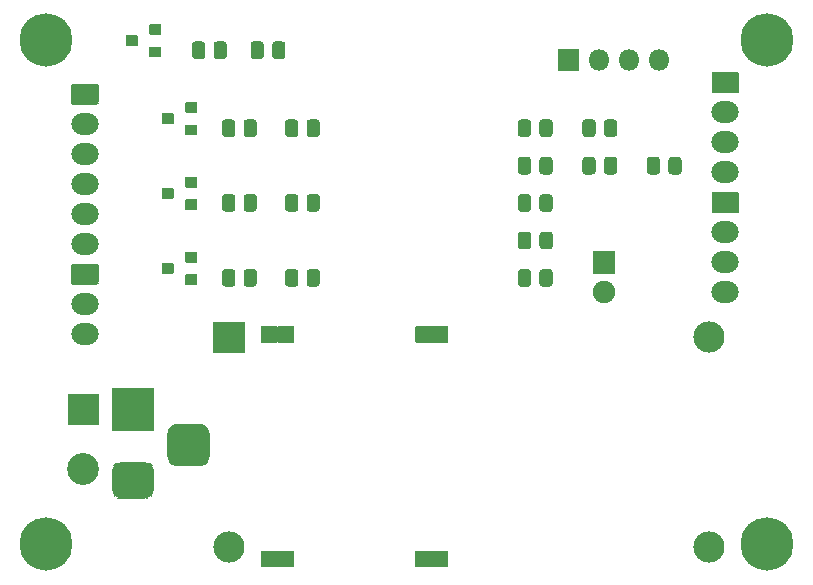
<source format=gbs>
G04 #@! TF.GenerationSoftware,KiCad,Pcbnew,(5.1.9)-1*
G04 #@! TF.CreationDate,2021-06-01T19:36:45+03:00*
G04 #@! TF.ProjectId,ESP-RGBW-3S,4553502d-5247-4425-972d-33532e6b6963,0.4*
G04 #@! TF.SameCoordinates,Original*
G04 #@! TF.FileFunction,Soldermask,Bot*
G04 #@! TF.FilePolarity,Negative*
%FSLAX46Y46*%
G04 Gerber Fmt 4.6, Leading zero omitted, Abs format (unit mm)*
G04 Created by KiCad (PCBNEW (5.1.9)-1) date 2021-06-01 19:36:45*
%MOMM*%
%LPD*%
G01*
G04 APERTURE LIST*
%ADD10C,2.702000*%
%ADD11C,2.642000*%
%ADD12O,2.302000X1.842000*%
%ADD13C,0.802000*%
%ADD14C,4.502000*%
%ADD15C,1.902000*%
%ADD16O,1.802000X1.802000*%
%ADD17C,0.100000*%
G04 APERTURE END LIST*
G36*
G01*
X41490599Y-71382400D02*
X42798601Y-71382400D01*
G75*
G02*
X42849600Y-71433399I0J-50999D01*
G01*
X42849600Y-72741401D01*
G75*
G02*
X42798601Y-72792400I-50999J0D01*
G01*
X41490599Y-72792400D01*
G75*
G02*
X41439600Y-72741401I0J50999D01*
G01*
X41439600Y-71433399D01*
G75*
G02*
X41490599Y-71382400I50999J0D01*
G01*
G37*
G36*
G01*
X40090599Y-71382400D02*
X41398601Y-71382400D01*
G75*
G02*
X41449600Y-71433399I0J-50999D01*
G01*
X41449600Y-72741401D01*
G75*
G02*
X41398601Y-72792400I-50999J0D01*
G01*
X40090599Y-72792400D01*
G75*
G02*
X40039600Y-72741401I0J50999D01*
G01*
X40039600Y-71433399D01*
G75*
G02*
X40090599Y-71382400I50999J0D01*
G01*
G37*
G36*
G01*
X53160599Y-71382400D02*
X54468601Y-71382400D01*
G75*
G02*
X54519600Y-71433399I0J-50999D01*
G01*
X54519600Y-72741401D01*
G75*
G02*
X54468601Y-72792400I-50999J0D01*
G01*
X53160599Y-72792400D01*
G75*
G02*
X53109600Y-72741401I0J50999D01*
G01*
X53109600Y-71433399D01*
G75*
G02*
X53160599Y-71382400I50999J0D01*
G01*
G37*
G36*
G01*
X54560599Y-71382400D02*
X55868601Y-71382400D01*
G75*
G02*
X55919600Y-71433399I0J-50999D01*
G01*
X55919600Y-72741401D01*
G75*
G02*
X55868601Y-72792400I-50999J0D01*
G01*
X54560599Y-72792400D01*
G75*
G02*
X54509600Y-72741401I0J50999D01*
G01*
X54509600Y-71433399D01*
G75*
G02*
X54560599Y-71382400I50999J0D01*
G01*
G37*
G36*
G01*
X53160599Y-52382400D02*
X54468601Y-52382400D01*
G75*
G02*
X54519600Y-52433399I0J-50999D01*
G01*
X54519600Y-53741401D01*
G75*
G02*
X54468601Y-53792400I-50999J0D01*
G01*
X53160599Y-53792400D01*
G75*
G02*
X53109600Y-53741401I0J50999D01*
G01*
X53109600Y-52433399D01*
G75*
G02*
X53160599Y-52382400I50999J0D01*
G01*
G37*
G36*
G01*
X54560599Y-52382400D02*
X55868601Y-52382400D01*
G75*
G02*
X55919600Y-52433399I0J-50999D01*
G01*
X55919600Y-53741401D01*
G75*
G02*
X55868601Y-53792400I-50999J0D01*
G01*
X54560599Y-53792400D01*
G75*
G02*
X54509600Y-53741401I0J50999D01*
G01*
X54509600Y-52433399D01*
G75*
G02*
X54560599Y-52382400I50999J0D01*
G01*
G37*
G36*
G01*
X41490599Y-52382400D02*
X42798601Y-52382400D01*
G75*
G02*
X42849600Y-52433399I0J-50999D01*
G01*
X42849600Y-53741401D01*
G75*
G02*
X42798601Y-53792400I-50999J0D01*
G01*
X41490599Y-53792400D01*
G75*
G02*
X41439600Y-53741401I0J50999D01*
G01*
X41439600Y-52433399D01*
G75*
G02*
X41490599Y-52382400I50999J0D01*
G01*
G37*
G36*
G01*
X40090599Y-52382400D02*
X41398601Y-52382400D01*
G75*
G02*
X41449600Y-52433399I0J-50999D01*
G01*
X41449600Y-53741401D01*
G75*
G02*
X41398601Y-53792400I-50999J0D01*
G01*
X40090599Y-53792400D01*
G75*
G02*
X40039600Y-53741401I0J50999D01*
G01*
X40039600Y-52433399D01*
G75*
G02*
X40090599Y-52382400I50999J0D01*
G01*
G37*
G36*
G01*
X29600000Y-27821000D02*
X29600000Y-28621000D01*
G75*
G02*
X29549000Y-28672000I-51000J0D01*
G01*
X28649000Y-28672000D01*
G75*
G02*
X28598000Y-28621000I0J51000D01*
G01*
X28598000Y-27821000D01*
G75*
G02*
X28649000Y-27770000I51000J0D01*
G01*
X29549000Y-27770000D01*
G75*
G02*
X29600000Y-27821000I0J-51000D01*
G01*
G37*
G36*
G01*
X31600000Y-28771000D02*
X31600000Y-29571000D01*
G75*
G02*
X31549000Y-29622000I-51000J0D01*
G01*
X30649000Y-29622000D01*
G75*
G02*
X30598000Y-29571000I0J51000D01*
G01*
X30598000Y-28771000D01*
G75*
G02*
X30649000Y-28720000I51000J0D01*
G01*
X31549000Y-28720000D01*
G75*
G02*
X31600000Y-28771000I0J-51000D01*
G01*
G37*
G36*
G01*
X31600000Y-26871000D02*
X31600000Y-27671000D01*
G75*
G02*
X31549000Y-27722000I-51000J0D01*
G01*
X30649000Y-27722000D01*
G75*
G02*
X30598000Y-27671000I0J51000D01*
G01*
X30598000Y-26871000D01*
G75*
G02*
X30649000Y-26820000I51000J0D01*
G01*
X31549000Y-26820000D01*
G75*
G02*
X31600000Y-26871000I0J-51000D01*
G01*
G37*
D10*
X25019000Y-64436000D03*
G36*
G01*
X23719000Y-58085000D02*
X26319000Y-58085000D01*
G75*
G02*
X26370000Y-58136000I0J-51000D01*
G01*
X26370000Y-60736000D01*
G75*
G02*
X26319000Y-60787000I-51000J0D01*
G01*
X23719000Y-60787000D01*
G75*
G02*
X23668000Y-60736000I0J51000D01*
G01*
X23668000Y-58136000D01*
G75*
G02*
X23719000Y-58085000I51000J0D01*
G01*
G37*
G36*
G01*
X36017000Y-54610000D02*
X36017000Y-52070000D01*
G75*
G02*
X36068000Y-52019000I51000J0D01*
G01*
X38608000Y-52019000D01*
G75*
G02*
X38659000Y-52070000I0J-51000D01*
G01*
X38659000Y-54610000D01*
G75*
G02*
X38608000Y-54661000I-51000J0D01*
G01*
X36068000Y-54661000D01*
G75*
G02*
X36017000Y-54610000I0J51000D01*
G01*
G37*
D11*
X37338000Y-71120000D03*
X77978000Y-53340000D03*
X77978000Y-71120000D03*
G36*
G01*
X72717400Y-39269375D02*
X72717400Y-38317125D01*
G75*
G02*
X72992275Y-38042250I274875J0D01*
G01*
X73569525Y-38042250D01*
G75*
G02*
X73844400Y-38317125I0J-274875D01*
G01*
X73844400Y-39269375D01*
G75*
G02*
X73569525Y-39544250I-274875J0D01*
G01*
X72992275Y-39544250D01*
G75*
G02*
X72717400Y-39269375I0J274875D01*
G01*
G37*
G36*
G01*
X74542400Y-39269375D02*
X74542400Y-38317125D01*
G75*
G02*
X74817275Y-38042250I274875J0D01*
G01*
X75394525Y-38042250D01*
G75*
G02*
X75669400Y-38317125I0J-274875D01*
G01*
X75669400Y-39269375D01*
G75*
G02*
X75394525Y-39544250I-274875J0D01*
G01*
X74817275Y-39544250D01*
G75*
G02*
X74542400Y-39269375I0J274875D01*
G01*
G37*
G36*
G01*
X69081400Y-39269375D02*
X69081400Y-38317125D01*
G75*
G02*
X69356275Y-38042250I274875J0D01*
G01*
X69933525Y-38042250D01*
G75*
G02*
X70208400Y-38317125I0J-274875D01*
G01*
X70208400Y-39269375D01*
G75*
G02*
X69933525Y-39544250I-274875J0D01*
G01*
X69356275Y-39544250D01*
G75*
G02*
X69081400Y-39269375I0J274875D01*
G01*
G37*
G36*
G01*
X67256400Y-39269375D02*
X67256400Y-38317125D01*
G75*
G02*
X67531275Y-38042250I274875J0D01*
G01*
X68108525Y-38042250D01*
G75*
G02*
X68383400Y-38317125I0J-274875D01*
G01*
X68383400Y-39269375D01*
G75*
G02*
X68108525Y-39544250I-274875J0D01*
G01*
X67531275Y-39544250D01*
G75*
G02*
X67256400Y-39269375I0J274875D01*
G01*
G37*
G36*
G01*
X69081400Y-36101125D02*
X69081400Y-35148875D01*
G75*
G02*
X69356275Y-34874000I274875J0D01*
G01*
X69933525Y-34874000D01*
G75*
G02*
X70208400Y-35148875I0J-274875D01*
G01*
X70208400Y-36101125D01*
G75*
G02*
X69933525Y-36376000I-274875J0D01*
G01*
X69356275Y-36376000D01*
G75*
G02*
X69081400Y-36101125I0J274875D01*
G01*
G37*
G36*
G01*
X67256400Y-36101125D02*
X67256400Y-35148875D01*
G75*
G02*
X67531275Y-34874000I274875J0D01*
G01*
X68108525Y-34874000D01*
G75*
G02*
X68383400Y-35148875I0J-274875D01*
G01*
X68383400Y-36101125D01*
G75*
G02*
X68108525Y-36376000I-274875J0D01*
G01*
X67531275Y-36376000D01*
G75*
G02*
X67256400Y-36101125I0J274875D01*
G01*
G37*
D12*
X79375000Y-39370000D03*
X25146000Y-45466000D03*
G36*
G01*
X32648000Y-34425000D02*
X32648000Y-35225000D01*
G75*
G02*
X32597000Y-35276000I-51000J0D01*
G01*
X31697000Y-35276000D01*
G75*
G02*
X31646000Y-35225000I0J51000D01*
G01*
X31646000Y-34425000D01*
G75*
G02*
X31697000Y-34374000I51000J0D01*
G01*
X32597000Y-34374000D01*
G75*
G02*
X32648000Y-34425000I0J-51000D01*
G01*
G37*
G36*
G01*
X34648000Y-35375000D02*
X34648000Y-36175000D01*
G75*
G02*
X34597000Y-36226000I-51000J0D01*
G01*
X33697000Y-36226000D01*
G75*
G02*
X33646000Y-36175000I0J51000D01*
G01*
X33646000Y-35375000D01*
G75*
G02*
X33697000Y-35324000I51000J0D01*
G01*
X34597000Y-35324000D01*
G75*
G02*
X34648000Y-35375000I0J-51000D01*
G01*
G37*
G36*
G01*
X34648000Y-33475000D02*
X34648000Y-34275000D01*
G75*
G02*
X34597000Y-34326000I-51000J0D01*
G01*
X33697000Y-34326000D01*
G75*
G02*
X33646000Y-34275000I0J51000D01*
G01*
X33646000Y-33475000D01*
G75*
G02*
X33697000Y-33424000I51000J0D01*
G01*
X34597000Y-33424000D01*
G75*
G02*
X34648000Y-33475000I0J-51000D01*
G01*
G37*
G36*
G01*
X32648000Y-47098000D02*
X32648000Y-47898000D01*
G75*
G02*
X32597000Y-47949000I-51000J0D01*
G01*
X31697000Y-47949000D01*
G75*
G02*
X31646000Y-47898000I0J51000D01*
G01*
X31646000Y-47098000D01*
G75*
G02*
X31697000Y-47047000I51000J0D01*
G01*
X32597000Y-47047000D01*
G75*
G02*
X32648000Y-47098000I0J-51000D01*
G01*
G37*
G36*
G01*
X34648000Y-48048000D02*
X34648000Y-48848000D01*
G75*
G02*
X34597000Y-48899000I-51000J0D01*
G01*
X33697000Y-48899000D01*
G75*
G02*
X33646000Y-48848000I0J51000D01*
G01*
X33646000Y-48048000D01*
G75*
G02*
X33697000Y-47997000I51000J0D01*
G01*
X34597000Y-47997000D01*
G75*
G02*
X34648000Y-48048000I0J-51000D01*
G01*
G37*
G36*
G01*
X34648000Y-46148000D02*
X34648000Y-46948000D01*
G75*
G02*
X34597000Y-46999000I-51000J0D01*
G01*
X33697000Y-46999000D01*
G75*
G02*
X33646000Y-46948000I0J51000D01*
G01*
X33646000Y-46148000D01*
G75*
G02*
X33697000Y-46097000I51000J0D01*
G01*
X34597000Y-46097000D01*
G75*
G02*
X34648000Y-46148000I0J-51000D01*
G01*
G37*
G36*
G01*
X32648000Y-40748000D02*
X32648000Y-41548000D01*
G75*
G02*
X32597000Y-41599000I-51000J0D01*
G01*
X31697000Y-41599000D01*
G75*
G02*
X31646000Y-41548000I0J51000D01*
G01*
X31646000Y-40748000D01*
G75*
G02*
X31697000Y-40697000I51000J0D01*
G01*
X32597000Y-40697000D01*
G75*
G02*
X32648000Y-40748000I0J-51000D01*
G01*
G37*
G36*
G01*
X34648000Y-41698000D02*
X34648000Y-42498000D01*
G75*
G02*
X34597000Y-42549000I-51000J0D01*
G01*
X33697000Y-42549000D01*
G75*
G02*
X33646000Y-42498000I0J51000D01*
G01*
X33646000Y-41698000D01*
G75*
G02*
X33697000Y-41647000I51000J0D01*
G01*
X34597000Y-41647000D01*
G75*
G02*
X34648000Y-41698000I0J-51000D01*
G01*
G37*
G36*
G01*
X34648000Y-39798000D02*
X34648000Y-40598000D01*
G75*
G02*
X34597000Y-40649000I-51000J0D01*
G01*
X33697000Y-40649000D01*
G75*
G02*
X33646000Y-40598000I0J51000D01*
G01*
X33646000Y-39798000D01*
G75*
G02*
X33697000Y-39747000I51000J0D01*
G01*
X34597000Y-39747000D01*
G75*
G02*
X34648000Y-39798000I0J-51000D01*
G01*
G37*
G36*
G01*
X35338000Y-28544875D02*
X35338000Y-29497125D01*
G75*
G02*
X35063125Y-29772000I-274875J0D01*
G01*
X34485875Y-29772000D01*
G75*
G02*
X34211000Y-29497125I0J274875D01*
G01*
X34211000Y-28544875D01*
G75*
G02*
X34485875Y-28270000I274875J0D01*
G01*
X35063125Y-28270000D01*
G75*
G02*
X35338000Y-28544875I0J-274875D01*
G01*
G37*
G36*
G01*
X37163000Y-28544875D02*
X37163000Y-29497125D01*
G75*
G02*
X36888125Y-29772000I-274875J0D01*
G01*
X36310875Y-29772000D01*
G75*
G02*
X36036000Y-29497125I0J274875D01*
G01*
X36036000Y-28544875D01*
G75*
G02*
X36310875Y-28270000I274875J0D01*
G01*
X36888125Y-28270000D01*
G75*
G02*
X37163000Y-28544875I0J-274875D01*
G01*
G37*
G36*
G01*
X37878000Y-35148875D02*
X37878000Y-36101125D01*
G75*
G02*
X37603125Y-36376000I-274875J0D01*
G01*
X37025875Y-36376000D01*
G75*
G02*
X36751000Y-36101125I0J274875D01*
G01*
X36751000Y-35148875D01*
G75*
G02*
X37025875Y-34874000I274875J0D01*
G01*
X37603125Y-34874000D01*
G75*
G02*
X37878000Y-35148875I0J-274875D01*
G01*
G37*
G36*
G01*
X39703000Y-35148875D02*
X39703000Y-36101125D01*
G75*
G02*
X39428125Y-36376000I-274875J0D01*
G01*
X38850875Y-36376000D01*
G75*
G02*
X38576000Y-36101125I0J274875D01*
G01*
X38576000Y-35148875D01*
G75*
G02*
X38850875Y-34874000I274875J0D01*
G01*
X39428125Y-34874000D01*
G75*
G02*
X39703000Y-35148875I0J-274875D01*
G01*
G37*
G36*
G01*
X37878000Y-41471875D02*
X37878000Y-42424125D01*
G75*
G02*
X37603125Y-42699000I-274875J0D01*
G01*
X37025875Y-42699000D01*
G75*
G02*
X36751000Y-42424125I0J274875D01*
G01*
X36751000Y-41471875D01*
G75*
G02*
X37025875Y-41197000I274875J0D01*
G01*
X37603125Y-41197000D01*
G75*
G02*
X37878000Y-41471875I0J-274875D01*
G01*
G37*
G36*
G01*
X39703000Y-41471875D02*
X39703000Y-42424125D01*
G75*
G02*
X39428125Y-42699000I-274875J0D01*
G01*
X38850875Y-42699000D01*
G75*
G02*
X38576000Y-42424125I0J274875D01*
G01*
X38576000Y-41471875D01*
G75*
G02*
X38850875Y-41197000I274875J0D01*
G01*
X39428125Y-41197000D01*
G75*
G02*
X39703000Y-41471875I0J-274875D01*
G01*
G37*
G36*
G01*
X37878000Y-47821875D02*
X37878000Y-48774125D01*
G75*
G02*
X37603125Y-49049000I-274875J0D01*
G01*
X37025875Y-49049000D01*
G75*
G02*
X36751000Y-48774125I0J274875D01*
G01*
X36751000Y-47821875D01*
G75*
G02*
X37025875Y-47547000I274875J0D01*
G01*
X37603125Y-47547000D01*
G75*
G02*
X37878000Y-47821875I0J-274875D01*
G01*
G37*
G36*
G01*
X39703000Y-47821875D02*
X39703000Y-48774125D01*
G75*
G02*
X39428125Y-49049000I-274875J0D01*
G01*
X38850875Y-49049000D01*
G75*
G02*
X38576000Y-48774125I0J274875D01*
G01*
X38576000Y-47821875D01*
G75*
G02*
X38850875Y-47547000I274875J0D01*
G01*
X39428125Y-47547000D01*
G75*
G02*
X39703000Y-47821875I0J-274875D01*
G01*
G37*
G36*
G01*
X43212000Y-47821875D02*
X43212000Y-48774125D01*
G75*
G02*
X42937125Y-49049000I-274875J0D01*
G01*
X42359875Y-49049000D01*
G75*
G02*
X42085000Y-48774125I0J274875D01*
G01*
X42085000Y-47821875D01*
G75*
G02*
X42359875Y-47547000I274875J0D01*
G01*
X42937125Y-47547000D01*
G75*
G02*
X43212000Y-47821875I0J-274875D01*
G01*
G37*
G36*
G01*
X45037000Y-47821875D02*
X45037000Y-48774125D01*
G75*
G02*
X44762125Y-49049000I-274875J0D01*
G01*
X44184875Y-49049000D01*
G75*
G02*
X43910000Y-48774125I0J274875D01*
G01*
X43910000Y-47821875D01*
G75*
G02*
X44184875Y-47547000I274875J0D01*
G01*
X44762125Y-47547000D01*
G75*
G02*
X45037000Y-47821875I0J-274875D01*
G01*
G37*
G36*
G01*
X43212000Y-41471875D02*
X43212000Y-42424125D01*
G75*
G02*
X42937125Y-42699000I-274875J0D01*
G01*
X42359875Y-42699000D01*
G75*
G02*
X42085000Y-42424125I0J274875D01*
G01*
X42085000Y-41471875D01*
G75*
G02*
X42359875Y-41197000I274875J0D01*
G01*
X42937125Y-41197000D01*
G75*
G02*
X43212000Y-41471875I0J-274875D01*
G01*
G37*
G36*
G01*
X45037000Y-41471875D02*
X45037000Y-42424125D01*
G75*
G02*
X44762125Y-42699000I-274875J0D01*
G01*
X44184875Y-42699000D01*
G75*
G02*
X43910000Y-42424125I0J274875D01*
G01*
X43910000Y-41471875D01*
G75*
G02*
X44184875Y-41197000I274875J0D01*
G01*
X44762125Y-41197000D01*
G75*
G02*
X45037000Y-41471875I0J-274875D01*
G01*
G37*
G36*
G01*
X43212000Y-35148875D02*
X43212000Y-36101125D01*
G75*
G02*
X42937125Y-36376000I-274875J0D01*
G01*
X42359875Y-36376000D01*
G75*
G02*
X42085000Y-36101125I0J274875D01*
G01*
X42085000Y-35148875D01*
G75*
G02*
X42359875Y-34874000I274875J0D01*
G01*
X42937125Y-34874000D01*
G75*
G02*
X43212000Y-35148875I0J-274875D01*
G01*
G37*
G36*
G01*
X45037000Y-35148875D02*
X45037000Y-36101125D01*
G75*
G02*
X44762125Y-36376000I-274875J0D01*
G01*
X44184875Y-36376000D01*
G75*
G02*
X43910000Y-36101125I0J274875D01*
G01*
X43910000Y-35148875D01*
G75*
G02*
X44184875Y-34874000I274875J0D01*
G01*
X44762125Y-34874000D01*
G75*
G02*
X45037000Y-35148875I0J-274875D01*
G01*
G37*
G36*
G01*
X40291000Y-28544875D02*
X40291000Y-29497125D01*
G75*
G02*
X40016125Y-29772000I-274875J0D01*
G01*
X39438875Y-29772000D01*
G75*
G02*
X39164000Y-29497125I0J274875D01*
G01*
X39164000Y-28544875D01*
G75*
G02*
X39438875Y-28270000I274875J0D01*
G01*
X40016125Y-28270000D01*
G75*
G02*
X40291000Y-28544875I0J-274875D01*
G01*
G37*
G36*
G01*
X42116000Y-28544875D02*
X42116000Y-29497125D01*
G75*
G02*
X41841125Y-29772000I-274875J0D01*
G01*
X41263875Y-29772000D01*
G75*
G02*
X40989000Y-29497125I0J274875D01*
G01*
X40989000Y-28544875D01*
G75*
G02*
X41263875Y-28270000I274875J0D01*
G01*
X41841125Y-28270000D01*
G75*
G02*
X42116000Y-28544875I0J-274875D01*
G01*
G37*
G36*
G01*
X62922400Y-38317125D02*
X62922400Y-39269375D01*
G75*
G02*
X62647525Y-39544250I-274875J0D01*
G01*
X62070275Y-39544250D01*
G75*
G02*
X61795400Y-39269375I0J274875D01*
G01*
X61795400Y-38317125D01*
G75*
G02*
X62070275Y-38042250I274875J0D01*
G01*
X62647525Y-38042250D01*
G75*
G02*
X62922400Y-38317125I0J-274875D01*
G01*
G37*
G36*
G01*
X64747400Y-38317125D02*
X64747400Y-39269375D01*
G75*
G02*
X64472525Y-39544250I-274875J0D01*
G01*
X63895275Y-39544250D01*
G75*
G02*
X63620400Y-39269375I0J274875D01*
G01*
X63620400Y-38317125D01*
G75*
G02*
X63895275Y-38042250I274875J0D01*
G01*
X64472525Y-38042250D01*
G75*
G02*
X64747400Y-38317125I0J-274875D01*
G01*
G37*
G36*
G01*
X62922400Y-41485375D02*
X62922400Y-42437625D01*
G75*
G02*
X62647525Y-42712500I-274875J0D01*
G01*
X62070275Y-42712500D01*
G75*
G02*
X61795400Y-42437625I0J274875D01*
G01*
X61795400Y-41485375D01*
G75*
G02*
X62070275Y-41210500I274875J0D01*
G01*
X62647525Y-41210500D01*
G75*
G02*
X62922400Y-41485375I0J-274875D01*
G01*
G37*
G36*
G01*
X64747400Y-41485375D02*
X64747400Y-42437625D01*
G75*
G02*
X64472525Y-42712500I-274875J0D01*
G01*
X63895275Y-42712500D01*
G75*
G02*
X63620400Y-42437625I0J274875D01*
G01*
X63620400Y-41485375D01*
G75*
G02*
X63895275Y-41210500I274875J0D01*
G01*
X64472525Y-41210500D01*
G75*
G02*
X64747400Y-41485375I0J-274875D01*
G01*
G37*
G36*
G01*
X62922400Y-44653625D02*
X62922400Y-45605875D01*
G75*
G02*
X62647525Y-45880750I-274875J0D01*
G01*
X62070275Y-45880750D01*
G75*
G02*
X61795400Y-45605875I0J274875D01*
G01*
X61795400Y-44653625D01*
G75*
G02*
X62070275Y-44378750I274875J0D01*
G01*
X62647525Y-44378750D01*
G75*
G02*
X62922400Y-44653625I0J-274875D01*
G01*
G37*
G36*
G01*
X64747400Y-44653625D02*
X64747400Y-45605875D01*
G75*
G02*
X64472525Y-45880750I-274875J0D01*
G01*
X63895275Y-45880750D01*
G75*
G02*
X63620400Y-45605875I0J274875D01*
G01*
X63620400Y-44653625D01*
G75*
G02*
X63895275Y-44378750I274875J0D01*
G01*
X64472525Y-44378750D01*
G75*
G02*
X64747400Y-44653625I0J-274875D01*
G01*
G37*
G36*
G01*
X62922400Y-47821875D02*
X62922400Y-48774125D01*
G75*
G02*
X62647525Y-49049000I-274875J0D01*
G01*
X62070275Y-49049000D01*
G75*
G02*
X61795400Y-48774125I0J274875D01*
G01*
X61795400Y-47821875D01*
G75*
G02*
X62070275Y-47547000I274875J0D01*
G01*
X62647525Y-47547000D01*
G75*
G02*
X62922400Y-47821875I0J-274875D01*
G01*
G37*
G36*
G01*
X64747400Y-47821875D02*
X64747400Y-48774125D01*
G75*
G02*
X64472525Y-49049000I-274875J0D01*
G01*
X63895275Y-49049000D01*
G75*
G02*
X63620400Y-48774125I0J274875D01*
G01*
X63620400Y-47821875D01*
G75*
G02*
X63895275Y-47547000I274875J0D01*
G01*
X64472525Y-47547000D01*
G75*
G02*
X64747400Y-47821875I0J-274875D01*
G01*
G37*
G36*
G01*
X62922400Y-35148875D02*
X62922400Y-36101125D01*
G75*
G02*
X62647525Y-36376000I-274875J0D01*
G01*
X62070275Y-36376000D01*
G75*
G02*
X61795400Y-36101125I0J274875D01*
G01*
X61795400Y-35148875D01*
G75*
G02*
X62070275Y-34874000I274875J0D01*
G01*
X62647525Y-34874000D01*
G75*
G02*
X62922400Y-35148875I0J-274875D01*
G01*
G37*
G36*
G01*
X64747400Y-35148875D02*
X64747400Y-36101125D01*
G75*
G02*
X64472525Y-36376000I-274875J0D01*
G01*
X63895275Y-36376000D01*
G75*
G02*
X63620400Y-36101125I0J274875D01*
G01*
X63620400Y-35148875D01*
G75*
G02*
X63895275Y-34874000I274875J0D01*
G01*
X64472525Y-34874000D01*
G75*
G02*
X64747400Y-35148875I0J-274875D01*
G01*
G37*
X79375000Y-49530000D03*
X79375000Y-46990000D03*
X79375000Y-44450000D03*
G36*
G01*
X78488654Y-40989000D02*
X80261346Y-40989000D01*
G75*
G02*
X80526000Y-41253654I0J-264654D01*
G01*
X80526000Y-42566346D01*
G75*
G02*
X80261346Y-42831000I-264654J0D01*
G01*
X78488654Y-42831000D01*
G75*
G02*
X78224000Y-42566346I0J264654D01*
G01*
X78224000Y-41253654D01*
G75*
G02*
X78488654Y-40989000I264654J0D01*
G01*
G37*
X25146000Y-53086000D03*
X25146000Y-50546000D03*
G36*
G01*
X24259654Y-47085000D02*
X26032346Y-47085000D01*
G75*
G02*
X26297000Y-47349654I0J-264654D01*
G01*
X26297000Y-48662346D01*
G75*
G02*
X26032346Y-48927000I-264654J0D01*
G01*
X24259654Y-48927000D01*
G75*
G02*
X23995000Y-48662346I0J264654D01*
G01*
X23995000Y-47349654D01*
G75*
G02*
X24259654Y-47085000I264654J0D01*
G01*
G37*
X79375000Y-36830000D03*
X79375000Y-34290000D03*
G36*
G01*
X78488654Y-30829000D02*
X80261346Y-30829000D01*
G75*
G02*
X80526000Y-31093654I0J-264654D01*
G01*
X80526000Y-32406346D01*
G75*
G02*
X80261346Y-32671000I-264654J0D01*
G01*
X78488654Y-32671000D01*
G75*
G02*
X78224000Y-32406346I0J264654D01*
G01*
X78224000Y-31093654D01*
G75*
G02*
X78488654Y-30829000I264654J0D01*
G01*
G37*
D13*
X23010726Y-27027274D03*
X21844000Y-26544000D03*
X20677274Y-27027274D03*
X20194000Y-28194000D03*
X20677274Y-29360726D03*
X21844000Y-29844000D03*
X23010726Y-29360726D03*
X23494000Y-28194000D03*
D14*
X21844000Y-28194000D03*
D13*
X84097726Y-27027274D03*
X82931000Y-26544000D03*
X81764274Y-27027274D03*
X81281000Y-28194000D03*
X81764274Y-29360726D03*
X82931000Y-29844000D03*
X84097726Y-29360726D03*
X84581000Y-28194000D03*
D14*
X82931000Y-28194000D03*
X82931000Y-70866000D03*
D13*
X84581000Y-70866000D03*
X84097726Y-72032726D03*
X82931000Y-72516000D03*
X81764274Y-72032726D03*
X81281000Y-70866000D03*
X81764274Y-69699274D03*
X82931000Y-69216000D03*
X84097726Y-69699274D03*
D14*
X21844000Y-70866000D03*
D13*
X23494000Y-70866000D03*
X23010726Y-72032726D03*
X21844000Y-72516000D03*
X20677274Y-72032726D03*
X20194000Y-70866000D03*
X20677274Y-69699274D03*
X21844000Y-69216000D03*
X23010726Y-69699274D03*
D15*
X69088000Y-49530000D03*
G36*
G01*
X68188000Y-46039000D02*
X69988000Y-46039000D01*
G75*
G02*
X70039000Y-46090000I0J-51000D01*
G01*
X70039000Y-47890000D01*
G75*
G02*
X69988000Y-47941000I-51000J0D01*
G01*
X68188000Y-47941000D01*
G75*
G02*
X68137000Y-47890000I0J51000D01*
G01*
X68137000Y-46090000D01*
G75*
G02*
X68188000Y-46039000I51000J0D01*
G01*
G37*
G36*
G01*
X34810500Y-64237000D02*
X33009500Y-64237000D01*
G75*
G02*
X32109000Y-63336500I0J900500D01*
G01*
X32109000Y-61535500D01*
G75*
G02*
X33009500Y-60635000I900500J0D01*
G01*
X34810500Y-60635000D01*
G75*
G02*
X35711000Y-61535500I0J-900500D01*
G01*
X35711000Y-63336500D01*
G75*
G02*
X34810500Y-64237000I-900500J0D01*
G01*
G37*
G36*
G01*
X30235500Y-66987000D02*
X28184500Y-66987000D01*
G75*
G02*
X27409000Y-66211500I0J775500D01*
G01*
X27409000Y-64660500D01*
G75*
G02*
X28184500Y-63885000I775500J0D01*
G01*
X30235500Y-63885000D01*
G75*
G02*
X31011000Y-64660500I0J-775500D01*
G01*
X31011000Y-66211500D01*
G75*
G02*
X30235500Y-66987000I-775500J0D01*
G01*
G37*
G36*
G01*
X30960000Y-61237000D02*
X27460000Y-61237000D01*
G75*
G02*
X27409000Y-61186000I0J51000D01*
G01*
X27409000Y-57686000D01*
G75*
G02*
X27460000Y-57635000I51000J0D01*
G01*
X30960000Y-57635000D01*
G75*
G02*
X31011000Y-57686000I0J-51000D01*
G01*
X31011000Y-61186000D01*
G75*
G02*
X30960000Y-61237000I-51000J0D01*
G01*
G37*
D16*
X73719399Y-29845000D03*
X71179399Y-29845000D03*
X68639399Y-29845000D03*
G36*
G01*
X66949399Y-30746000D02*
X65249399Y-30746000D01*
G75*
G02*
X65198399Y-30695000I0J51000D01*
G01*
X65198399Y-28995000D01*
G75*
G02*
X65249399Y-28944000I51000J0D01*
G01*
X66949399Y-28944000D01*
G75*
G02*
X67000399Y-28995000I0J-51000D01*
G01*
X67000399Y-30695000D01*
G75*
G02*
X66949399Y-30746000I-51000J0D01*
G01*
G37*
D12*
X25146000Y-42926000D03*
X25146000Y-40386000D03*
X25146000Y-37846000D03*
X25146000Y-35306000D03*
G36*
G01*
X24259654Y-31845000D02*
X26032346Y-31845000D01*
G75*
G02*
X26297000Y-32109654I0J-264654D01*
G01*
X26297000Y-33422346D01*
G75*
G02*
X26032346Y-33687000I-264654J0D01*
G01*
X24259654Y-33687000D01*
G75*
G02*
X23995000Y-33422346I0J264654D01*
G01*
X23995000Y-32109654D01*
G75*
G02*
X24259654Y-31845000I264654J0D01*
G01*
G37*
D17*
G36*
X31012165Y-66209874D02*
G01*
X31013000Y-66211500D01*
X31013000Y-66267860D01*
X31012990Y-66268056D01*
X30998697Y-66413175D01*
X30998621Y-66413560D01*
X30958080Y-66547206D01*
X30957930Y-66547568D01*
X30892100Y-66670727D01*
X30891882Y-66671053D01*
X30803286Y-66779009D01*
X30803009Y-66779286D01*
X30695053Y-66867882D01*
X30694727Y-66868100D01*
X30571568Y-66933930D01*
X30571206Y-66934080D01*
X30437560Y-66974621D01*
X30437175Y-66974697D01*
X30292056Y-66988990D01*
X30291860Y-66989000D01*
X30235500Y-66989000D01*
X30233768Y-66988000D01*
X30233768Y-66986000D01*
X30235304Y-66985010D01*
X30386398Y-66970129D01*
X30531502Y-66926112D01*
X30665229Y-66854634D01*
X30782440Y-66758440D01*
X30878634Y-66641229D01*
X30950112Y-66507502D01*
X30994129Y-66362398D01*
X31009010Y-66211304D01*
X31010175Y-66209678D01*
X31012165Y-66209874D01*
G37*
G36*
X27410990Y-66211304D02*
G01*
X27425871Y-66362398D01*
X27469888Y-66507502D01*
X27541366Y-66641229D01*
X27637560Y-66758440D01*
X27754771Y-66854634D01*
X27888498Y-66926112D01*
X28033602Y-66970129D01*
X28184696Y-66985010D01*
X28186322Y-66986175D01*
X28186126Y-66988165D01*
X28184500Y-66989000D01*
X28128140Y-66989000D01*
X28127944Y-66988990D01*
X27982825Y-66974697D01*
X27982440Y-66974621D01*
X27848794Y-66934080D01*
X27848432Y-66933930D01*
X27725273Y-66868100D01*
X27724947Y-66867882D01*
X27616991Y-66779286D01*
X27616714Y-66779009D01*
X27528118Y-66671053D01*
X27527900Y-66670727D01*
X27462070Y-66547568D01*
X27461920Y-66547206D01*
X27421379Y-66413560D01*
X27421303Y-66413175D01*
X27407010Y-66268056D01*
X27407000Y-66267860D01*
X27407000Y-66211500D01*
X27408000Y-66209768D01*
X27410000Y-66209768D01*
X27410990Y-66211304D01*
G37*
G36*
X28186232Y-63884000D02*
G01*
X28186232Y-63886000D01*
X28184696Y-63886990D01*
X28033602Y-63901871D01*
X27888498Y-63945888D01*
X27754771Y-64017366D01*
X27637560Y-64113560D01*
X27541366Y-64230771D01*
X27469888Y-64364498D01*
X27425871Y-64509602D01*
X27410990Y-64660696D01*
X27409825Y-64662322D01*
X27407835Y-64662126D01*
X27407000Y-64660500D01*
X27407000Y-64604140D01*
X27407010Y-64603944D01*
X27421303Y-64458825D01*
X27421379Y-64458440D01*
X27461920Y-64324794D01*
X27462070Y-64324432D01*
X27527900Y-64201273D01*
X27528118Y-64200947D01*
X27616714Y-64092991D01*
X27616991Y-64092714D01*
X27724947Y-64004118D01*
X27725273Y-64003900D01*
X27848432Y-63938070D01*
X27848794Y-63937920D01*
X27982440Y-63897379D01*
X27982825Y-63897303D01*
X28127944Y-63883010D01*
X28128140Y-63883000D01*
X28184500Y-63883000D01*
X28186232Y-63884000D01*
G37*
G36*
X30292056Y-63883010D02*
G01*
X30437175Y-63897303D01*
X30437560Y-63897379D01*
X30571206Y-63937920D01*
X30571568Y-63938070D01*
X30694727Y-64003900D01*
X30695053Y-64004118D01*
X30803009Y-64092714D01*
X30803286Y-64092991D01*
X30891882Y-64200947D01*
X30892100Y-64201273D01*
X30957930Y-64324432D01*
X30958080Y-64324794D01*
X30998621Y-64458440D01*
X30998697Y-64458825D01*
X31012990Y-64603944D01*
X31013000Y-64604140D01*
X31013000Y-64660500D01*
X31012000Y-64662232D01*
X31010000Y-64662232D01*
X31009010Y-64660696D01*
X30994129Y-64509602D01*
X30950112Y-64364498D01*
X30878634Y-64230771D01*
X30782440Y-64113560D01*
X30665229Y-64017366D01*
X30531502Y-63945888D01*
X30386398Y-63901871D01*
X30235304Y-63886990D01*
X30233678Y-63885825D01*
X30233874Y-63883835D01*
X30235500Y-63883000D01*
X30291860Y-63883000D01*
X30292056Y-63883010D01*
G37*
G36*
X35712165Y-63334874D02*
G01*
X35713000Y-63336500D01*
X35713000Y-63392860D01*
X35712990Y-63393056D01*
X35696295Y-63562562D01*
X35696219Y-63562947D01*
X35648565Y-63720041D01*
X35648415Y-63720403D01*
X35571033Y-63865174D01*
X35570815Y-63865500D01*
X35466674Y-63992397D01*
X35466397Y-63992674D01*
X35339500Y-64096815D01*
X35339174Y-64097033D01*
X35194403Y-64174415D01*
X35194041Y-64174565D01*
X35036947Y-64222219D01*
X35036562Y-64222295D01*
X34867056Y-64238990D01*
X34866860Y-64239000D01*
X34810500Y-64239000D01*
X34808768Y-64238000D01*
X34808768Y-64236000D01*
X34810304Y-64235010D01*
X34985784Y-64217727D01*
X35154337Y-64166597D01*
X35309675Y-64083567D01*
X35445829Y-63971829D01*
X35557567Y-63835675D01*
X35640597Y-63680337D01*
X35691727Y-63511784D01*
X35709010Y-63336304D01*
X35710175Y-63334678D01*
X35712165Y-63334874D01*
G37*
G36*
X32110990Y-63336304D02*
G01*
X32128273Y-63511784D01*
X32179403Y-63680337D01*
X32262433Y-63835675D01*
X32374171Y-63971829D01*
X32510325Y-64083567D01*
X32665663Y-64166597D01*
X32834216Y-64217727D01*
X33009696Y-64235010D01*
X33011322Y-64236175D01*
X33011126Y-64238165D01*
X33009500Y-64239000D01*
X32953140Y-64239000D01*
X32952944Y-64238990D01*
X32783438Y-64222295D01*
X32783053Y-64222219D01*
X32625959Y-64174565D01*
X32625597Y-64174415D01*
X32480826Y-64097033D01*
X32480500Y-64096815D01*
X32353603Y-63992674D01*
X32353326Y-63992397D01*
X32249185Y-63865500D01*
X32248967Y-63865174D01*
X32171585Y-63720403D01*
X32171435Y-63720041D01*
X32123781Y-63562947D01*
X32123705Y-63562562D01*
X32107010Y-63393056D01*
X32107000Y-63392860D01*
X32107000Y-63336500D01*
X32108000Y-63334768D01*
X32110000Y-63334768D01*
X32110990Y-63336304D01*
G37*
G36*
X33011232Y-60634000D02*
G01*
X33011232Y-60636000D01*
X33009696Y-60636990D01*
X32834216Y-60654273D01*
X32665663Y-60705403D01*
X32510325Y-60788433D01*
X32374171Y-60900171D01*
X32262433Y-61036325D01*
X32179403Y-61191663D01*
X32128273Y-61360216D01*
X32110990Y-61535696D01*
X32109825Y-61537322D01*
X32107835Y-61537126D01*
X32107000Y-61535500D01*
X32107000Y-61479140D01*
X32107010Y-61478944D01*
X32123705Y-61309438D01*
X32123781Y-61309053D01*
X32171435Y-61151959D01*
X32171585Y-61151597D01*
X32248967Y-61006826D01*
X32249185Y-61006500D01*
X32353326Y-60879603D01*
X32353603Y-60879326D01*
X32480500Y-60775185D01*
X32480826Y-60774967D01*
X32625597Y-60697585D01*
X32625959Y-60697435D01*
X32783053Y-60649781D01*
X32783438Y-60649705D01*
X32952944Y-60633010D01*
X32953140Y-60633000D01*
X33009500Y-60633000D01*
X33011232Y-60634000D01*
G37*
G36*
X34867056Y-60633010D02*
G01*
X35036562Y-60649705D01*
X35036947Y-60649781D01*
X35194041Y-60697435D01*
X35194403Y-60697585D01*
X35339174Y-60774967D01*
X35339500Y-60775185D01*
X35466397Y-60879326D01*
X35466674Y-60879603D01*
X35570815Y-61006500D01*
X35571033Y-61006826D01*
X35648415Y-61151597D01*
X35648565Y-61151959D01*
X35696219Y-61309053D01*
X35696295Y-61309438D01*
X35712990Y-61478944D01*
X35713000Y-61479140D01*
X35713000Y-61535500D01*
X35712000Y-61537232D01*
X35710000Y-61537232D01*
X35709010Y-61535696D01*
X35691727Y-61360216D01*
X35640597Y-61191663D01*
X35557567Y-61036325D01*
X35445829Y-60900171D01*
X35309675Y-60788433D01*
X35154337Y-60705403D01*
X34985784Y-60654273D01*
X34810304Y-60636990D01*
X34808678Y-60635825D01*
X34808874Y-60633835D01*
X34810500Y-60633000D01*
X34866860Y-60633000D01*
X34867056Y-60633010D01*
G37*
G36*
X23996990Y-48662150D02*
G01*
X24002055Y-48713582D01*
X24017003Y-48762856D01*
X24041273Y-48808264D01*
X24073936Y-48848064D01*
X24113736Y-48880727D01*
X24159144Y-48904997D01*
X24208418Y-48919945D01*
X24259850Y-48925010D01*
X24261476Y-48926175D01*
X24261280Y-48928165D01*
X24259654Y-48929000D01*
X24176712Y-48929000D01*
X24176516Y-48928990D01*
X24136244Y-48925024D01*
X24135859Y-48924948D01*
X24103035Y-48914990D01*
X24102673Y-48914840D01*
X24072425Y-48898672D01*
X24072099Y-48898454D01*
X24045583Y-48876694D01*
X24045306Y-48876417D01*
X24023546Y-48849901D01*
X24023328Y-48849575D01*
X24007160Y-48819327D01*
X24007010Y-48818965D01*
X23997052Y-48786141D01*
X23996976Y-48785756D01*
X23993010Y-48745484D01*
X23993000Y-48745288D01*
X23993000Y-48662346D01*
X23994000Y-48660614D01*
X23996000Y-48660614D01*
X23996990Y-48662150D01*
G37*
G36*
X26298165Y-48660720D02*
G01*
X26299000Y-48662346D01*
X26299000Y-48745288D01*
X26298990Y-48745484D01*
X26295024Y-48785756D01*
X26294948Y-48786141D01*
X26284990Y-48818965D01*
X26284840Y-48819327D01*
X26268672Y-48849575D01*
X26268454Y-48849901D01*
X26246694Y-48876417D01*
X26246417Y-48876694D01*
X26219901Y-48898454D01*
X26219575Y-48898672D01*
X26189327Y-48914840D01*
X26188965Y-48914990D01*
X26156141Y-48924948D01*
X26155756Y-48925024D01*
X26115484Y-48928990D01*
X26115288Y-48929000D01*
X26032346Y-48929000D01*
X26030614Y-48928000D01*
X26030614Y-48926000D01*
X26032150Y-48925010D01*
X26083582Y-48919945D01*
X26132856Y-48904997D01*
X26178264Y-48880727D01*
X26218064Y-48848064D01*
X26250727Y-48808264D01*
X26274997Y-48762856D01*
X26289945Y-48713582D01*
X26295010Y-48662150D01*
X26296175Y-48660524D01*
X26298165Y-48660720D01*
G37*
G36*
X24261386Y-47084000D02*
G01*
X24261386Y-47086000D01*
X24259850Y-47086990D01*
X24208418Y-47092055D01*
X24159144Y-47107003D01*
X24113736Y-47131273D01*
X24073936Y-47163936D01*
X24041273Y-47203736D01*
X24017003Y-47249144D01*
X24002055Y-47298418D01*
X23996990Y-47349850D01*
X23995825Y-47351476D01*
X23993835Y-47351280D01*
X23993000Y-47349654D01*
X23993000Y-47266712D01*
X23993010Y-47266516D01*
X23996976Y-47226244D01*
X23997052Y-47225859D01*
X24007010Y-47193035D01*
X24007160Y-47192673D01*
X24023328Y-47162425D01*
X24023546Y-47162099D01*
X24045306Y-47135583D01*
X24045583Y-47135306D01*
X24072099Y-47113546D01*
X24072425Y-47113328D01*
X24102673Y-47097160D01*
X24103035Y-47097010D01*
X24135859Y-47087052D01*
X24136244Y-47086976D01*
X24176516Y-47083010D01*
X24176712Y-47083000D01*
X24259654Y-47083000D01*
X24261386Y-47084000D01*
G37*
G36*
X26115484Y-47083010D02*
G01*
X26155756Y-47086976D01*
X26156141Y-47087052D01*
X26188965Y-47097010D01*
X26189327Y-47097160D01*
X26219575Y-47113328D01*
X26219901Y-47113546D01*
X26246417Y-47135306D01*
X26246694Y-47135583D01*
X26268454Y-47162099D01*
X26268672Y-47162425D01*
X26284840Y-47192673D01*
X26284990Y-47193035D01*
X26294948Y-47225859D01*
X26295024Y-47226244D01*
X26298990Y-47266516D01*
X26299000Y-47266712D01*
X26299000Y-47349654D01*
X26298000Y-47351386D01*
X26296000Y-47351386D01*
X26295010Y-47349850D01*
X26289945Y-47298418D01*
X26274997Y-47249144D01*
X26250727Y-47203736D01*
X26218064Y-47163936D01*
X26178264Y-47131273D01*
X26132856Y-47107003D01*
X26083582Y-47092055D01*
X26032150Y-47086990D01*
X26030524Y-47085825D01*
X26030720Y-47083835D01*
X26032346Y-47083000D01*
X26115288Y-47083000D01*
X26115484Y-47083010D01*
G37*
G36*
X80527165Y-42564720D02*
G01*
X80528000Y-42566346D01*
X80528000Y-42649288D01*
X80527990Y-42649484D01*
X80524024Y-42689756D01*
X80523948Y-42690141D01*
X80513990Y-42722965D01*
X80513840Y-42723327D01*
X80497672Y-42753575D01*
X80497454Y-42753901D01*
X80475694Y-42780417D01*
X80475417Y-42780694D01*
X80448901Y-42802454D01*
X80448575Y-42802672D01*
X80418327Y-42818840D01*
X80417965Y-42818990D01*
X80385141Y-42828948D01*
X80384756Y-42829024D01*
X80344484Y-42832990D01*
X80344288Y-42833000D01*
X80261346Y-42833000D01*
X80259614Y-42832000D01*
X80259614Y-42830000D01*
X80261150Y-42829010D01*
X80312582Y-42823945D01*
X80361856Y-42808997D01*
X80407264Y-42784727D01*
X80447064Y-42752064D01*
X80479727Y-42712264D01*
X80503997Y-42666856D01*
X80518945Y-42617582D01*
X80524010Y-42566150D01*
X80525175Y-42564524D01*
X80527165Y-42564720D01*
G37*
G36*
X78225990Y-42566150D02*
G01*
X78231055Y-42617582D01*
X78246003Y-42666856D01*
X78270273Y-42712264D01*
X78302936Y-42752064D01*
X78342736Y-42784727D01*
X78388144Y-42808997D01*
X78437418Y-42823945D01*
X78488850Y-42829010D01*
X78490476Y-42830175D01*
X78490280Y-42832165D01*
X78488654Y-42833000D01*
X78405712Y-42833000D01*
X78405516Y-42832990D01*
X78365244Y-42829024D01*
X78364859Y-42828948D01*
X78332035Y-42818990D01*
X78331673Y-42818840D01*
X78301425Y-42802672D01*
X78301099Y-42802454D01*
X78274583Y-42780694D01*
X78274306Y-42780417D01*
X78252546Y-42753901D01*
X78252328Y-42753575D01*
X78236160Y-42723327D01*
X78236010Y-42722965D01*
X78226052Y-42690141D01*
X78225976Y-42689756D01*
X78222010Y-42649484D01*
X78222000Y-42649288D01*
X78222000Y-42566346D01*
X78223000Y-42564614D01*
X78225000Y-42564614D01*
X78225990Y-42566150D01*
G37*
G36*
X78490386Y-40988000D02*
G01*
X78490386Y-40990000D01*
X78488850Y-40990990D01*
X78437418Y-40996055D01*
X78388144Y-41011003D01*
X78342736Y-41035273D01*
X78302936Y-41067936D01*
X78270273Y-41107736D01*
X78246003Y-41153144D01*
X78231055Y-41202418D01*
X78225990Y-41253850D01*
X78224825Y-41255476D01*
X78222835Y-41255280D01*
X78222000Y-41253654D01*
X78222000Y-41170712D01*
X78222010Y-41170516D01*
X78225976Y-41130244D01*
X78226052Y-41129859D01*
X78236010Y-41097035D01*
X78236160Y-41096673D01*
X78252328Y-41066425D01*
X78252546Y-41066099D01*
X78274306Y-41039583D01*
X78274583Y-41039306D01*
X78301099Y-41017546D01*
X78301425Y-41017328D01*
X78331673Y-41001160D01*
X78332035Y-41001010D01*
X78364859Y-40991052D01*
X78365244Y-40990976D01*
X78405516Y-40987010D01*
X78405712Y-40987000D01*
X78488654Y-40987000D01*
X78490386Y-40988000D01*
G37*
G36*
X80344484Y-40987010D02*
G01*
X80384756Y-40990976D01*
X80385141Y-40991052D01*
X80417965Y-41001010D01*
X80418327Y-41001160D01*
X80448575Y-41017328D01*
X80448901Y-41017546D01*
X80475417Y-41039306D01*
X80475694Y-41039583D01*
X80497454Y-41066099D01*
X80497672Y-41066425D01*
X80513840Y-41096673D01*
X80513990Y-41097035D01*
X80523948Y-41129859D01*
X80524024Y-41130244D01*
X80527990Y-41170516D01*
X80528000Y-41170712D01*
X80528000Y-41253654D01*
X80527000Y-41255386D01*
X80525000Y-41255386D01*
X80524010Y-41253850D01*
X80518945Y-41202418D01*
X80503997Y-41153144D01*
X80479727Y-41107736D01*
X80447064Y-41067936D01*
X80407264Y-41035273D01*
X80361856Y-41011003D01*
X80312582Y-40996055D01*
X80261150Y-40990990D01*
X80259524Y-40989825D01*
X80259720Y-40987835D01*
X80261346Y-40987000D01*
X80344288Y-40987000D01*
X80344484Y-40987010D01*
G37*
G36*
X23996990Y-33422150D02*
G01*
X24002055Y-33473582D01*
X24017003Y-33522856D01*
X24041273Y-33568264D01*
X24073936Y-33608064D01*
X24113736Y-33640727D01*
X24159144Y-33664997D01*
X24208418Y-33679945D01*
X24259850Y-33685010D01*
X24261476Y-33686175D01*
X24261280Y-33688165D01*
X24259654Y-33689000D01*
X24176712Y-33689000D01*
X24176516Y-33688990D01*
X24136244Y-33685024D01*
X24135859Y-33684948D01*
X24103035Y-33674990D01*
X24102673Y-33674840D01*
X24072425Y-33658672D01*
X24072099Y-33658454D01*
X24045583Y-33636694D01*
X24045306Y-33636417D01*
X24023546Y-33609901D01*
X24023328Y-33609575D01*
X24007160Y-33579327D01*
X24007010Y-33578965D01*
X23997052Y-33546141D01*
X23996976Y-33545756D01*
X23993010Y-33505484D01*
X23993000Y-33505288D01*
X23993000Y-33422346D01*
X23994000Y-33420614D01*
X23996000Y-33420614D01*
X23996990Y-33422150D01*
G37*
G36*
X26298165Y-33420720D02*
G01*
X26299000Y-33422346D01*
X26299000Y-33505288D01*
X26298990Y-33505484D01*
X26295024Y-33545756D01*
X26294948Y-33546141D01*
X26284990Y-33578965D01*
X26284840Y-33579327D01*
X26268672Y-33609575D01*
X26268454Y-33609901D01*
X26246694Y-33636417D01*
X26246417Y-33636694D01*
X26219901Y-33658454D01*
X26219575Y-33658672D01*
X26189327Y-33674840D01*
X26188965Y-33674990D01*
X26156141Y-33684948D01*
X26155756Y-33685024D01*
X26115484Y-33688990D01*
X26115288Y-33689000D01*
X26032346Y-33689000D01*
X26030614Y-33688000D01*
X26030614Y-33686000D01*
X26032150Y-33685010D01*
X26083582Y-33679945D01*
X26132856Y-33664997D01*
X26178264Y-33640727D01*
X26218064Y-33608064D01*
X26250727Y-33568264D01*
X26274997Y-33522856D01*
X26289945Y-33473582D01*
X26295010Y-33422150D01*
X26296175Y-33420524D01*
X26298165Y-33420720D01*
G37*
G36*
X80527165Y-32404720D02*
G01*
X80528000Y-32406346D01*
X80528000Y-32489288D01*
X80527990Y-32489484D01*
X80524024Y-32529756D01*
X80523948Y-32530141D01*
X80513990Y-32562965D01*
X80513840Y-32563327D01*
X80497672Y-32593575D01*
X80497454Y-32593901D01*
X80475694Y-32620417D01*
X80475417Y-32620694D01*
X80448901Y-32642454D01*
X80448575Y-32642672D01*
X80418327Y-32658840D01*
X80417965Y-32658990D01*
X80385141Y-32668948D01*
X80384756Y-32669024D01*
X80344484Y-32672990D01*
X80344288Y-32673000D01*
X80261346Y-32673000D01*
X80259614Y-32672000D01*
X80259614Y-32670000D01*
X80261150Y-32669010D01*
X80312582Y-32663945D01*
X80361856Y-32648997D01*
X80407264Y-32624727D01*
X80447064Y-32592064D01*
X80479727Y-32552264D01*
X80503997Y-32506856D01*
X80518945Y-32457582D01*
X80524010Y-32406150D01*
X80525175Y-32404524D01*
X80527165Y-32404720D01*
G37*
G36*
X78225990Y-32406150D02*
G01*
X78231055Y-32457582D01*
X78246003Y-32506856D01*
X78270273Y-32552264D01*
X78302936Y-32592064D01*
X78342736Y-32624727D01*
X78388144Y-32648997D01*
X78437418Y-32663945D01*
X78488850Y-32669010D01*
X78490476Y-32670175D01*
X78490280Y-32672165D01*
X78488654Y-32673000D01*
X78405712Y-32673000D01*
X78405516Y-32672990D01*
X78365244Y-32669024D01*
X78364859Y-32668948D01*
X78332035Y-32658990D01*
X78331673Y-32658840D01*
X78301425Y-32642672D01*
X78301099Y-32642454D01*
X78274583Y-32620694D01*
X78274306Y-32620417D01*
X78252546Y-32593901D01*
X78252328Y-32593575D01*
X78236160Y-32563327D01*
X78236010Y-32562965D01*
X78226052Y-32530141D01*
X78225976Y-32529756D01*
X78222010Y-32489484D01*
X78222000Y-32489288D01*
X78222000Y-32406346D01*
X78223000Y-32404614D01*
X78225000Y-32404614D01*
X78225990Y-32406150D01*
G37*
G36*
X24261386Y-31844000D02*
G01*
X24261386Y-31846000D01*
X24259850Y-31846990D01*
X24208418Y-31852055D01*
X24159144Y-31867003D01*
X24113736Y-31891273D01*
X24073936Y-31923936D01*
X24041273Y-31963736D01*
X24017003Y-32009144D01*
X24002055Y-32058418D01*
X23996990Y-32109850D01*
X23995825Y-32111476D01*
X23993835Y-32111280D01*
X23993000Y-32109654D01*
X23993000Y-32026712D01*
X23993010Y-32026516D01*
X23996976Y-31986244D01*
X23997052Y-31985859D01*
X24007010Y-31953035D01*
X24007160Y-31952673D01*
X24023328Y-31922425D01*
X24023546Y-31922099D01*
X24045306Y-31895583D01*
X24045583Y-31895306D01*
X24072099Y-31873546D01*
X24072425Y-31873328D01*
X24102673Y-31857160D01*
X24103035Y-31857010D01*
X24135859Y-31847052D01*
X24136244Y-31846976D01*
X24176516Y-31843010D01*
X24176712Y-31843000D01*
X24259654Y-31843000D01*
X24261386Y-31844000D01*
G37*
G36*
X26115484Y-31843010D02*
G01*
X26155756Y-31846976D01*
X26156141Y-31847052D01*
X26188965Y-31857010D01*
X26189327Y-31857160D01*
X26219575Y-31873328D01*
X26219901Y-31873546D01*
X26246417Y-31895306D01*
X26246694Y-31895583D01*
X26268454Y-31922099D01*
X26268672Y-31922425D01*
X26284840Y-31952673D01*
X26284990Y-31953035D01*
X26294948Y-31985859D01*
X26295024Y-31986244D01*
X26298990Y-32026516D01*
X26299000Y-32026712D01*
X26299000Y-32109654D01*
X26298000Y-32111386D01*
X26296000Y-32111386D01*
X26295010Y-32109850D01*
X26289945Y-32058418D01*
X26274997Y-32009144D01*
X26250727Y-31963736D01*
X26218064Y-31923936D01*
X26178264Y-31891273D01*
X26132856Y-31867003D01*
X26083582Y-31852055D01*
X26032150Y-31846990D01*
X26030524Y-31845825D01*
X26030720Y-31843835D01*
X26032346Y-31843000D01*
X26115288Y-31843000D01*
X26115484Y-31843010D01*
G37*
G36*
X78490386Y-30828000D02*
G01*
X78490386Y-30830000D01*
X78488850Y-30830990D01*
X78437418Y-30836055D01*
X78388144Y-30851003D01*
X78342736Y-30875273D01*
X78302936Y-30907936D01*
X78270273Y-30947736D01*
X78246003Y-30993144D01*
X78231055Y-31042418D01*
X78225990Y-31093850D01*
X78224825Y-31095476D01*
X78222835Y-31095280D01*
X78222000Y-31093654D01*
X78222000Y-31010712D01*
X78222010Y-31010516D01*
X78225976Y-30970244D01*
X78226052Y-30969859D01*
X78236010Y-30937035D01*
X78236160Y-30936673D01*
X78252328Y-30906425D01*
X78252546Y-30906099D01*
X78274306Y-30879583D01*
X78274583Y-30879306D01*
X78301099Y-30857546D01*
X78301425Y-30857328D01*
X78331673Y-30841160D01*
X78332035Y-30841010D01*
X78364859Y-30831052D01*
X78365244Y-30830976D01*
X78405516Y-30827010D01*
X78405712Y-30827000D01*
X78488654Y-30827000D01*
X78490386Y-30828000D01*
G37*
G36*
X80344484Y-30827010D02*
G01*
X80384756Y-30830976D01*
X80385141Y-30831052D01*
X80417965Y-30841010D01*
X80418327Y-30841160D01*
X80448575Y-30857328D01*
X80448901Y-30857546D01*
X80475417Y-30879306D01*
X80475694Y-30879583D01*
X80497454Y-30906099D01*
X80497672Y-30906425D01*
X80513840Y-30936673D01*
X80513990Y-30937035D01*
X80523948Y-30969859D01*
X80524024Y-30970244D01*
X80527990Y-31010516D01*
X80528000Y-31010712D01*
X80528000Y-31093654D01*
X80527000Y-31095386D01*
X80525000Y-31095386D01*
X80524010Y-31093850D01*
X80518945Y-31042418D01*
X80503997Y-30993144D01*
X80479727Y-30947736D01*
X80447064Y-30907936D01*
X80407264Y-30875273D01*
X80361856Y-30851003D01*
X80312582Y-30836055D01*
X80261150Y-30830990D01*
X80259524Y-30829825D01*
X80259720Y-30827835D01*
X80261346Y-30827000D01*
X80344288Y-30827000D01*
X80344484Y-30827010D01*
G37*
M02*

</source>
